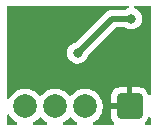
<source format=gbr>
%TF.GenerationSoftware,KiCad,Pcbnew,9.0.5*%
%TF.CreationDate,2025-10-18T11:17:35+02:00*%
%TF.ProjectId,Source_VAS,536f7572-6365-45f5-9641-532e6b696361,rev?*%
%TF.SameCoordinates,Original*%
%TF.FileFunction,Copper,L1,Top*%
%TF.FilePolarity,Positive*%
%FSLAX46Y46*%
G04 Gerber Fmt 4.6, Leading zero omitted, Abs format (unit mm)*
G04 Created by KiCad (PCBNEW 9.0.5) date 2025-10-18 11:17:35*
%MOMM*%
%LPD*%
G01*
G04 APERTURE LIST*
G04 Aperture macros list*
%AMRoundRect*
0 Rectangle with rounded corners*
0 $1 Rounding radius*
0 $2 $3 $4 $5 $6 $7 $8 $9 X,Y pos of 4 corners*
0 Add a 4 corners polygon primitive as box body*
4,1,4,$2,$3,$4,$5,$6,$7,$8,$9,$2,$3,0*
0 Add four circle primitives for the rounded corners*
1,1,$1+$1,$2,$3*
1,1,$1+$1,$4,$5*
1,1,$1+$1,$6,$7*
1,1,$1+$1,$8,$9*
0 Add four rect primitives between the rounded corners*
20,1,$1+$1,$2,$3,$4,$5,0*
20,1,$1+$1,$4,$5,$6,$7,0*
20,1,$1+$1,$6,$7,$8,$9,0*
20,1,$1+$1,$8,$9,$2,$3,0*%
G04 Aperture macros list end*
%TA.AperFunction,ComponentPad*%
%ADD10RoundRect,0.250000X-0.825000X-0.825000X0.825000X-0.825000X0.825000X0.825000X-0.825000X0.825000X0*%
%TD*%
%TA.AperFunction,ComponentPad*%
%ADD11C,2.000000*%
%TD*%
%TA.AperFunction,ViaPad*%
%ADD12C,0.800000*%
%TD*%
%TA.AperFunction,Conductor*%
%ADD13C,0.500000*%
%TD*%
G04 APERTURE END LIST*
D10*
%TO.P,H1,1,1*%
%TO.N,GND*%
X122700000Y-74400000D03*
%TD*%
D11*
%TO.P,J1,1,Pin_1*%
%TO.N,Net-(J1-Pin_1)*%
X118940000Y-74440000D03*
%TO.P,J1,2,Pin_2*%
%TO.N,Net-(J1-Pin_2)*%
X116400000Y-74440000D03*
%TO.P,J1,3,Pin_3*%
%TO.N,Net-(J1-Pin_3)*%
X113860000Y-74440000D03*
%TD*%
D12*
%TO.N,Net-(Q1-C)*%
X122850000Y-67000000D03*
X118300000Y-69900000D03*
%TD*%
D13*
%TO.N,Net-(Q1-C)*%
X122850000Y-67000000D02*
X121200000Y-67000000D01*
X121200000Y-67000000D02*
X118300000Y-69900000D01*
%TD*%
%TA.AperFunction,Conductor*%
%TO.N,GND*%
G36*
X122535766Y-65902804D02*
G01*
X122543843Y-65901527D01*
X122568800Y-65912503D01*
X122594959Y-65920185D01*
X122600313Y-65926364D01*
X122607800Y-65929657D01*
X122622862Y-65952387D01*
X122640714Y-65972989D01*
X122641877Y-65981082D01*
X122646395Y-65987899D01*
X122646777Y-66015161D01*
X122650658Y-66042147D01*
X122647261Y-66049585D01*
X122647376Y-66057762D01*
X122632958Y-66080903D01*
X122621633Y-66105703D01*
X122614143Y-66111103D01*
X122610430Y-66117064D01*
X122581009Y-66136560D01*
X122578223Y-66137879D01*
X122423453Y-66201987D01*
X122376051Y-66233659D01*
X122367819Y-66237560D01*
X122314730Y-66249500D01*
X121126080Y-66249500D01*
X120981092Y-66278340D01*
X120981082Y-66278343D01*
X120844511Y-66334912D01*
X120844498Y-66334919D01*
X120721584Y-66417048D01*
X120721580Y-66417051D01*
X118147807Y-68990823D01*
X118086484Y-69024308D01*
X118084319Y-69024759D01*
X118037337Y-69034104D01*
X118037331Y-69034106D01*
X117873459Y-69101983D01*
X117873446Y-69101990D01*
X117725965Y-69200535D01*
X117725961Y-69200538D01*
X117600538Y-69325961D01*
X117600535Y-69325965D01*
X117501990Y-69473446D01*
X117501983Y-69473459D01*
X117434106Y-69637332D01*
X117434103Y-69637341D01*
X117399500Y-69811304D01*
X117399500Y-69988695D01*
X117434103Y-70162658D01*
X117434106Y-70162667D01*
X117501983Y-70326540D01*
X117501990Y-70326553D01*
X117600535Y-70474034D01*
X117600538Y-70474038D01*
X117725961Y-70599461D01*
X117725965Y-70599464D01*
X117873446Y-70698009D01*
X117873459Y-70698016D01*
X117996363Y-70748923D01*
X118037334Y-70765894D01*
X118037336Y-70765894D01*
X118037341Y-70765896D01*
X118211304Y-70800499D01*
X118211307Y-70800500D01*
X118211309Y-70800500D01*
X118388693Y-70800500D01*
X118388694Y-70800499D01*
X118446682Y-70788964D01*
X118562658Y-70765896D01*
X118562661Y-70765894D01*
X118562666Y-70765894D01*
X118726547Y-70698013D01*
X118874035Y-70599464D01*
X118999464Y-70474035D01*
X119098013Y-70326547D01*
X119165894Y-70162666D01*
X119175240Y-70115678D01*
X119207624Y-70053770D01*
X119209120Y-70052246D01*
X121474548Y-67786819D01*
X121535871Y-67753334D01*
X121562229Y-67750500D01*
X122314730Y-67750500D01*
X122381769Y-67770185D01*
X122383622Y-67771399D01*
X122423447Y-67798010D01*
X122423450Y-67798011D01*
X122423453Y-67798013D01*
X122587334Y-67865894D01*
X122587336Y-67865894D01*
X122587341Y-67865896D01*
X122761304Y-67900499D01*
X122761307Y-67900500D01*
X122761309Y-67900500D01*
X122938693Y-67900500D01*
X122938694Y-67900499D01*
X122996682Y-67888964D01*
X123112658Y-67865896D01*
X123112661Y-67865894D01*
X123112666Y-67865894D01*
X123276547Y-67798013D01*
X123424035Y-67699464D01*
X123549464Y-67574035D01*
X123648013Y-67426547D01*
X123715894Y-67262666D01*
X123750500Y-67088691D01*
X123750500Y-66911309D01*
X123750500Y-66911306D01*
X123750499Y-66911304D01*
X123715896Y-66737341D01*
X123715893Y-66737332D01*
X123648016Y-66573459D01*
X123648009Y-66573446D01*
X123549464Y-66425965D01*
X123549461Y-66425961D01*
X123424038Y-66300538D01*
X123424034Y-66300535D01*
X123276553Y-66201990D01*
X123276541Y-66201983D01*
X123144718Y-66147382D01*
X123124627Y-66139060D01*
X123070224Y-66095221D01*
X123048159Y-66028927D01*
X123065438Y-65961227D01*
X123116575Y-65913617D01*
X123172080Y-65900500D01*
X124375500Y-65900500D01*
X124442539Y-65920185D01*
X124488294Y-65972989D01*
X124499500Y-66024500D01*
X124499500Y-73363043D01*
X124479815Y-73430082D01*
X124427011Y-73475837D01*
X124357853Y-73485781D01*
X124294297Y-73456756D01*
X124257794Y-73402047D01*
X124209358Y-73255880D01*
X124209356Y-73255875D01*
X124117315Y-73106654D01*
X123993345Y-72982684D01*
X123844124Y-72890643D01*
X123844119Y-72890641D01*
X123677697Y-72835494D01*
X123677690Y-72835493D01*
X123574986Y-72825000D01*
X122950000Y-72825000D01*
X122950000Y-73880384D01*
X122921942Y-73864185D01*
X122775700Y-73825000D01*
X122624300Y-73825000D01*
X122478058Y-73864185D01*
X122450000Y-73880384D01*
X122450000Y-72825000D01*
X121825028Y-72825000D01*
X121825012Y-72825001D01*
X121722302Y-72835494D01*
X121555880Y-72890641D01*
X121555875Y-72890643D01*
X121406654Y-72982684D01*
X121282684Y-73106654D01*
X121190643Y-73255875D01*
X121190641Y-73255880D01*
X121135494Y-73422302D01*
X121135493Y-73422309D01*
X121125000Y-73525013D01*
X121125000Y-74150000D01*
X122180384Y-74150000D01*
X122164185Y-74178058D01*
X122125000Y-74324300D01*
X122125000Y-74475700D01*
X122164185Y-74621942D01*
X122180384Y-74650000D01*
X121125001Y-74650000D01*
X121125001Y-75274986D01*
X121135494Y-75377697D01*
X121190641Y-75544119D01*
X121190643Y-75544124D01*
X121282684Y-75693345D01*
X121377158Y-75787819D01*
X121410643Y-75849142D01*
X121405659Y-75918834D01*
X121363787Y-75974767D01*
X121298323Y-75999184D01*
X121289477Y-75999500D01*
X119700942Y-75999500D01*
X119633903Y-75979815D01*
X119588148Y-75927011D01*
X119578204Y-75857853D01*
X119607229Y-75794297D01*
X119644647Y-75765015D01*
X119726433Y-75723343D01*
X119917510Y-75584517D01*
X120084517Y-75417510D01*
X120223343Y-75226433D01*
X120330568Y-75015992D01*
X120403553Y-74791368D01*
X120409621Y-74753058D01*
X120440500Y-74558097D01*
X120440500Y-74321902D01*
X120403553Y-74088631D01*
X120355222Y-73939885D01*
X120330568Y-73864008D01*
X120330566Y-73864005D01*
X120330566Y-73864003D01*
X120236331Y-73679058D01*
X120223343Y-73653567D01*
X120209999Y-73635201D01*
X120180612Y-73594752D01*
X120180610Y-73594750D01*
X120129943Y-73525013D01*
X120084517Y-73462490D01*
X119917510Y-73295483D01*
X119726433Y-73156657D01*
X119628297Y-73106654D01*
X119515996Y-73049433D01*
X119291368Y-72976446D01*
X119058097Y-72939500D01*
X119058092Y-72939500D01*
X118821908Y-72939500D01*
X118821903Y-72939500D01*
X118588631Y-72976446D01*
X118364003Y-73049433D01*
X118153566Y-73156657D01*
X118044550Y-73235862D01*
X117962490Y-73295483D01*
X117962488Y-73295485D01*
X117962487Y-73295485D01*
X117795484Y-73462488D01*
X117770318Y-73497127D01*
X117714987Y-73539792D01*
X117645374Y-73545771D01*
X117583579Y-73513165D01*
X117569682Y-73497127D01*
X117554214Y-73475837D01*
X117544517Y-73462490D01*
X117377510Y-73295483D01*
X117186433Y-73156657D01*
X117088297Y-73106654D01*
X116975996Y-73049433D01*
X116751368Y-72976446D01*
X116518097Y-72939500D01*
X116518092Y-72939500D01*
X116281908Y-72939500D01*
X116281903Y-72939500D01*
X116048631Y-72976446D01*
X115824003Y-73049433D01*
X115613566Y-73156657D01*
X115504550Y-73235862D01*
X115422490Y-73295483D01*
X115422488Y-73295485D01*
X115422487Y-73295485D01*
X115255484Y-73462488D01*
X115230318Y-73497127D01*
X115174987Y-73539792D01*
X115105374Y-73545771D01*
X115043579Y-73513165D01*
X115029682Y-73497127D01*
X115014214Y-73475837D01*
X115004517Y-73462490D01*
X114837510Y-73295483D01*
X114646433Y-73156657D01*
X114548297Y-73106654D01*
X114435996Y-73049433D01*
X114211368Y-72976446D01*
X113978097Y-72939500D01*
X113978092Y-72939500D01*
X113741908Y-72939500D01*
X113741903Y-72939500D01*
X113508631Y-72976446D01*
X113284003Y-73049433D01*
X113073566Y-73156657D01*
X112964550Y-73235862D01*
X112882490Y-73295483D01*
X112882488Y-73295485D01*
X112882487Y-73295485D01*
X112715485Y-73462487D01*
X112715485Y-73462488D01*
X112715483Y-73462490D01*
X112670057Y-73525013D01*
X112576657Y-73653566D01*
X112534985Y-73735353D01*
X112487010Y-73786149D01*
X112419189Y-73802944D01*
X112353054Y-73780407D01*
X112309603Y-73725691D01*
X112300500Y-73679058D01*
X112300500Y-66024500D01*
X112320185Y-65957461D01*
X112372989Y-65911706D01*
X112424500Y-65900500D01*
X122527920Y-65900500D01*
X122535766Y-65902804D01*
G37*
%TD.AperFunction*%
%TD*%
%TA.AperFunction,NonConductor*%
G36*
X124430858Y-75325997D02*
G01*
X124482058Y-75373540D01*
X124499500Y-75436954D01*
X124499500Y-75875500D01*
X124479815Y-75942539D01*
X124427011Y-75988294D01*
X124375500Y-75999500D01*
X124110523Y-75999500D01*
X124043484Y-75979815D01*
X123997729Y-75927011D01*
X123987785Y-75857853D01*
X124016810Y-75794297D01*
X124022842Y-75787819D01*
X124117315Y-75693345D01*
X124209356Y-75544124D01*
X124209358Y-75544119D01*
X124257794Y-75397950D01*
X124297566Y-75340505D01*
X124362082Y-75313682D01*
X124430858Y-75325997D01*
G37*
%TD.AperFunction*%
%TA.AperFunction,NonConductor*%
G36*
X117756420Y-75366833D02*
G01*
X117770315Y-75382870D01*
X117795483Y-75417510D01*
X117962490Y-75584517D01*
X118153567Y-75723343D01*
X118235353Y-75765015D01*
X118286149Y-75812990D01*
X118302944Y-75880811D01*
X118280407Y-75946946D01*
X118225691Y-75990397D01*
X118179058Y-75999500D01*
X117160942Y-75999500D01*
X117093903Y-75979815D01*
X117048148Y-75927011D01*
X117038204Y-75857853D01*
X117067229Y-75794297D01*
X117104647Y-75765015D01*
X117186433Y-75723343D01*
X117377510Y-75584517D01*
X117544517Y-75417510D01*
X117569682Y-75382872D01*
X117625011Y-75340207D01*
X117694625Y-75334228D01*
X117756420Y-75366833D01*
G37*
%TD.AperFunction*%
%TA.AperFunction,NonConductor*%
G36*
X115216420Y-75366833D02*
G01*
X115230315Y-75382870D01*
X115255483Y-75417510D01*
X115422490Y-75584517D01*
X115613567Y-75723343D01*
X115695353Y-75765015D01*
X115746149Y-75812990D01*
X115762944Y-75880811D01*
X115740407Y-75946946D01*
X115685691Y-75990397D01*
X115639058Y-75999500D01*
X114620942Y-75999500D01*
X114553903Y-75979815D01*
X114508148Y-75927011D01*
X114498204Y-75857853D01*
X114527229Y-75794297D01*
X114564647Y-75765015D01*
X114646433Y-75723343D01*
X114837510Y-75584517D01*
X115004517Y-75417510D01*
X115029682Y-75382872D01*
X115085011Y-75340207D01*
X115154625Y-75334228D01*
X115216420Y-75366833D01*
G37*
%TD.AperFunction*%
%TA.AperFunction,NonConductor*%
G36*
X112505703Y-75107228D02*
G01*
X112534985Y-75144647D01*
X112576655Y-75226431D01*
X112590000Y-75244798D01*
X112715483Y-75417510D01*
X112882490Y-75584517D01*
X113073567Y-75723343D01*
X113155353Y-75765015D01*
X113206149Y-75812990D01*
X113222944Y-75880811D01*
X113200407Y-75946946D01*
X113145691Y-75990397D01*
X113099058Y-75999500D01*
X112424500Y-75999500D01*
X112357461Y-75979815D01*
X112311706Y-75927011D01*
X112300500Y-75875500D01*
X112300500Y-75200941D01*
X112320185Y-75133902D01*
X112372989Y-75088147D01*
X112442147Y-75078203D01*
X112505703Y-75107228D01*
G37*
%TD.AperFunction*%
M02*

</source>
